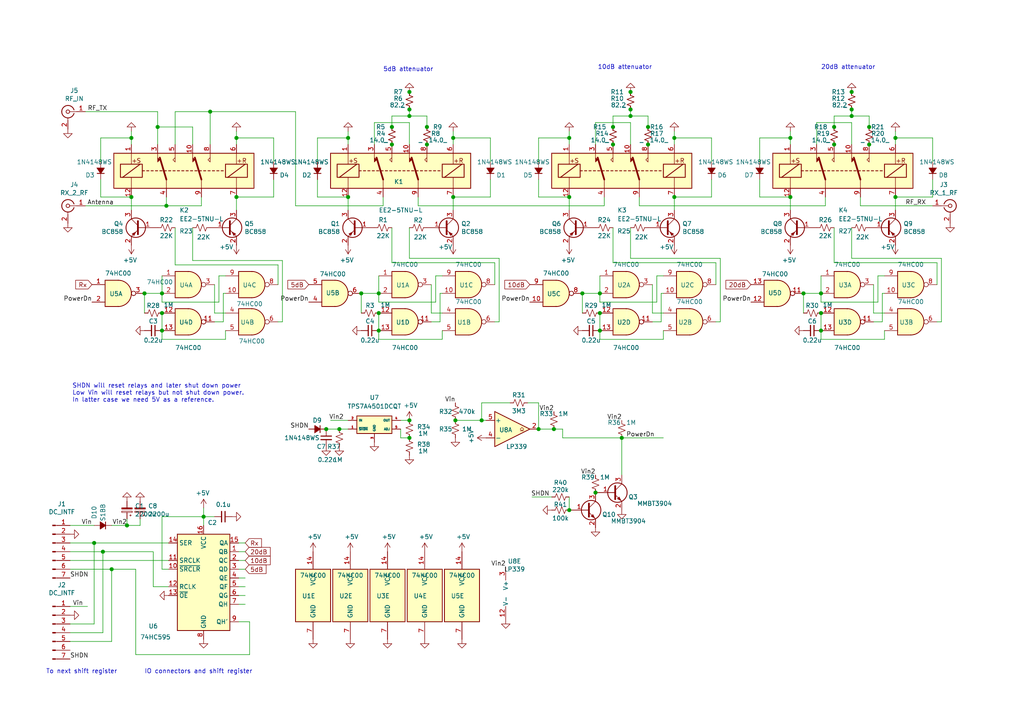
<source format=kicad_sch>
(kicad_sch (version 20210126) (generator eeschema)
  (paper "A4")
  (title_block (title "HF input attenuator") (date "2020-07-21") (rev "1.3") (company "Adrian Scripcă, Frédéric Boes"))
  (lib_symbols
    (symbol "74xx:74HC00" (pin_names (offset 1.016))
      (property "Reference" "U" (at 0 1.27 0))
      (property "Value" "74HC00" (at 0 -1.27 0))
      (symbol "74HC00_1_1"
        (pin input line (at -7.62 2.54 0) (length 3.81) (name "~") (number "1"))
        (pin input line (at -7.62 -2.54 0) (length 3.81) (name "~") (number "2"))
        (pin output inverted (at 7.62 0 180) (length 3.81) (name "~") (number "3"))
      )
      (symbol "74HC00_1_2"
        (pin input inverted (at -7.62 2.54 0) (length 4.318) (name "~") (number "1"))
        (pin input inverted (at -7.62 -2.54 0) (length 4.318) (name "~") (number "2"))
        (pin output line (at 7.62 0 180) (length 3.81) (name "~") (number "3"))
      )
      (symbol "74HC00_2_1"
        (pin input line (at -7.62 2.54 0) (length 3.81) (name "~") (number "4"))
        (pin input line (at -7.62 -2.54 0) (length 3.81) (name "~") (number "5"))
        (pin output inverted (at 7.62 0 180) (length 3.81) (name "~") (number "6"))
      )
      (symbol "74HC00_2_2"
        (pin input inverted (at -7.62 2.54 0) (length 4.318) (name "~") (number "4"))
        (pin input inverted (at -7.62 -2.54 0) (length 4.318) (name "~") (number "5"))
        (pin output line (at 7.62 0 180) (length 3.81) (name "~") (number "6"))
      )
      (symbol "74HC00_3_1"
        (pin input line (at -7.62 -2.54 0) (length 3.81) (name "~") (number "10"))
        (pin output inverted (at 7.62 0 180) (length 3.81) (name "~") (number "8"))
        (pin input line (at -7.62 2.54 0) (length 3.81) (name "~") (number "9"))
      )
      (symbol "74HC00_3_2"
        (pin input inverted (at -7.62 -2.54 0) (length 4.318) (name "~") (number "10"))
        (pin output line (at 7.62 0 180) (length 3.81) (name "~") (number "8"))
        (pin input inverted (at -7.62 2.54 0) (length 4.318) (name "~") (number "9"))
      )
      (symbol "74HC00_4_1"
        (pin output inverted (at 7.62 0 180) (length 3.81) (name "~") (number "11"))
        (pin input line (at -7.62 2.54 0) (length 3.81) (name "~") (number "12"))
        (pin input line (at -7.62 -2.54 0) (length 3.81) (name "~") (number "13"))
      )
      (symbol "74HC00_4_2"
        (pin output line (at 7.62 0 180) (length 3.81) (name "~") (number "11"))
        (pin input inverted (at -7.62 2.54 0) (length 4.318) (name "~") (number "12"))
        (pin input inverted (at -7.62 -2.54 0) (length 4.318) (name "~") (number "13"))
      )
      (symbol "74HC00_5_0"
        (pin power_in line (at 0 12.7 270) (length 5.08) (name "VCC") (number "14"))
        (pin power_in line (at 0 -12.7 90) (length 5.08) (name "GND") (number "7"))
      )
    )
    (symbol "74xx:74HC595"
      (property "Reference" "U" (at -7.62 13.97 0))
      (property "Value" "74HC595" (at -7.62 -16.51 0))
      (symbol "74HC595_1_0"
        (pin tri_state line (at 10.16 7.62 180) (length 2.54) (name "QB") (number "1"))
        (pin input line (at -10.16 2.54 0) (length 2.54) (name "~SRCLR") (number "10"))
        (pin input line (at -10.16 5.08 0) (length 2.54) (name "SRCLK") (number "11"))
        (pin input line (at -10.16 -2.54 0) (length 2.54) (name "RCLK") (number "12"))
        (pin input line (at -10.16 -5.08 0) (length 2.54) (name "~OE") (number "13"))
        (pin input line (at -10.16 10.16 0) (length 2.54) (name "SER") (number "14"))
        (pin tri_state line (at 10.16 10.16 180) (length 2.54) (name "QA") (number "15"))
        (pin power_in line (at 0 15.24 270) (length 2.54) (name "VCC") (number "16"))
        (pin tri_state line (at 10.16 5.08 180) (length 2.54) (name "QC") (number "2"))
        (pin tri_state line (at 10.16 2.54 180) (length 2.54) (name "QD") (number "3"))
        (pin tri_state line (at 10.16 0 180) (length 2.54) (name "QE") (number "4"))
        (pin tri_state line (at 10.16 -2.54 180) (length 2.54) (name "QF") (number "5"))
        (pin tri_state line (at 10.16 -5.08 180) (length 2.54) (name "QG") (number "6"))
        (pin tri_state line (at 10.16 -7.62 180) (length 2.54) (name "QH") (number "7"))
        (pin power_in line (at 0 -17.78 90) (length 2.54) (name "GND") (number "8"))
        (pin output line (at 10.16 -12.7 180) (length 2.54) (name "QH'") (number "9"))
      )
    )
    (symbol "Comparator:LM339" (pin_names (offset 0.127))
      (property "Reference" "U" (at 0 5.08 0))
      (property "Value" "LM339" (at 0 -5.08 0))
      (symbol "LM339_1_1"
        (pin open_collector line (at 7.62 0 180) (length 2.54) (name "~") (number "2"))
        (pin input line (at -7.62 -2.54 0) (length 2.54) (name "-") (number "4"))
        (pin input line (at -7.62 2.54 0) (length 2.54) (name "+") (number "5"))
      )
      (symbol "LM339_2_1"
        (pin open_collector line (at 7.62 0 180) (length 2.54) (name "~") (number "1"))
        (pin input line (at -7.62 -2.54 0) (length 2.54) (name "-") (number "6"))
        (pin input line (at -7.62 2.54 0) (length 2.54) (name "+") (number "7"))
      )
      (symbol "LM339_3_1"
        (pin input line (at -7.62 -2.54 0) (length 2.54) (name "-") (number "10"))
        (pin input line (at -7.62 2.54 0) (length 2.54) (name "+") (number "11"))
        (pin open_collector line (at 7.62 0 180) (length 2.54) (name "~") (number "13"))
      )
      (symbol "LM339_4_1"
        (pin open_collector line (at 7.62 0 180) (length 2.54) (name "~") (number "14"))
        (pin input line (at -7.62 -2.54 0) (length 2.54) (name "-") (number "8"))
        (pin input line (at -7.62 2.54 0) (length 2.54) (name "+") (number "9"))
      )
      (symbol "LM339_5_1"
        (pin power_in line (at -2.54 -7.62 90) (length 3.81) (name "V-") (number "12"))
        (pin power_in line (at -2.54 7.62 270) (length 3.81) (name "V+") (number "3"))
      )
    )
    (symbol "Connector:Conn_01x07_Male" (pin_names (offset 1.016) hide)
      (property "Reference" "J" (at 0 10.16 0))
      (property "Value" "Conn_01x07_Male" (at 0 -10.16 0))
      (symbol "Conn_01x07_Male_1_1"
        (pin passive line (at 5.08 7.62 180) (length 3.81) (name "Pin_1") (number "1"))
        (pin passive line (at 5.08 5.08 180) (length 3.81) (name "Pin_2") (number "2"))
        (pin passive line (at 5.08 2.54 180) (length 3.81) (name "Pin_3") (number "3"))
        (pin passive line (at 5.08 0 180) (length 3.81) (name "Pin_4") (number "4"))
        (pin passive line (at 5.08 -2.54 180) (length 3.81) (name "Pin_5") (number "5"))
        (pin passive line (at 5.08 -5.08 180) (length 3.81) (name "Pin_6") (number "6"))
        (pin passive line (at 5.08 -7.62 180) (length 3.81) (name "Pin_7") (number "7"))
      )
    )
    (symbol "Connector:Conn_Coaxial" (pin_names (offset 1.016) hide)
      (property "Reference" "J" (at 0.254 3.048 0))
      (property "Value" "Conn_Coaxial" (at 2.921 0 90))
      (symbol "Conn_Coaxial_1_1"
        (pin passive line (at -5.08 0 0) (length 2.54) (name "In") (number "1"))
        (pin passive line (at 0 -5.08 90) (length 2.54) (name "Ext") (number "2"))
      )
    )
    (symbol "Device:CP_Small" (pin_numbers hide) (pin_names (offset 0.254) hide)
      (property "Reference" "C" (at 0.254 1.778 0))
      (property "Value" "CP_Small" (at 0.254 -2.032 0))
      (symbol "CP_Small_1_1"
        (pin passive line (at 0 2.54 270) (length 1.8542) (name "~") (number "1"))
        (pin passive line (at 0 -2.54 90) (length 1.8542) (name "~") (number "2"))
      )
    )
    (symbol "Device:C_Small" (pin_numbers hide) (pin_names (offset 0.254) hide)
      (property "Reference" "C" (at 0.254 1.778 0))
      (property "Value" "C_Small" (at 0.254 -2.032 0))
      (symbol "C_Small_1_1"
        (pin passive line (at 0 2.54 270) (length 2.032) (name "~") (number "1"))
        (pin passive line (at 0 -2.54 90) (length 2.032) (name "~") (number "2"))
      )
    )
    (symbol "Device:D_Small_ALT" (pin_numbers hide) (pin_names (offset 0.254) hide)
      (property "Reference" "D" (at -1.27 2.032 0))
      (property "Value" "D_Small_ALT" (at -3.81 -2.032 0))
      (symbol "D_Small_ALT_1_1"
        (pin passive line (at -2.54 0 0) (length 1.778) (name "K") (number "1"))
        (pin passive line (at 2.54 0 180) (length 1.778) (name "A") (number "2"))
      )
    )
    (symbol "Device:R_Small_US" (pin_numbers hide) (pin_names (offset 0.254) hide)
      (property "Reference" "R" (at 0.762 0.508 0))
      (property "Value" "R_Small_US" (at 0.762 -1.016 0))
      (symbol "R_Small_US_1_1"
        (pin passive line (at 0 2.54 270) (length 1.016) (name "~") (number "1"))
        (pin passive line (at 0 -2.54 90) (length 1.016) (name "~") (number "2"))
      )
    )
    (symbol "Relay:EE2-5TNU"
      (property "Reference" "K" (at 17.78 8.89 0))
      (property "Value" "EE2-5TNU" (at 21.59 6.35 0))
      (symbol "EE2-5TNU_1_1"
        (text "+" (at -14.351 2.921 0) (effects (font (size 1.27 1.27))))
        (text "+" (at 16.129 2.921 0) (effects (font (size 1.27 1.27))))
        (text "R" (at 17.526 2.921 0) (effects (font (size 1.27 1.27))))
        (text "S" (at -13.081 2.921 0) (effects (font (size 1.27 1.27))))
        (pin passive line (at -15.24 7.62 270) (length 2.54) (name "~") (number "1"))
        (pin passive line (at 2.54 7.62 270) (length 2.54) (name "~") (number "10"))
        (pin passive line (at -15.24 -7.62 90) (length 2.54) (name "~") (number "12"))
        (pin passive line (at -7.62 7.62 270) (length 2.54) (name "~") (number "3"))
        (pin passive line (at -5.08 -7.62 90) (length 2.54) (name "~") (number "4"))
        (pin passive line (at -2.54 7.62 270) (length 2.54) (name "~") (number "5"))
        (pin passive line (at 15.24 7.62 270) (length 2.54) (name "~") (number "6"))
        (pin passive line (at 15.24 -7.62 90) (length 2.54) (name "~") (number "7"))
        (pin passive line (at 7.62 7.62 270) (length 2.54) (name "~") (number "8"))
        (pin passive line (at 5.08 -7.62 90) (length 2.54) (name "~") (number "9"))
      )
    )
    (symbol "Transistor_BJT:BC858" (pin_names (offset 0) hide)
      (property "Reference" "Q" (at 5.08 1.905 0))
      (property "Value" "BC858" (at 5.08 0 0))
      (symbol "BC858_1_1"
        (pin input line (at -5.08 0 0) (length 5.715) (name "B") (number "1"))
        (pin passive line (at 2.54 -5.08 90) (length 2.54) (name "E") (number "2"))
        (pin passive line (at 2.54 5.08 270) (length 2.54) (name "C") (number "3"))
      )
    )
    (symbol "Transistor_BJT:MMBT3904" (pin_names (offset 0) hide)
      (property "Reference" "Q" (at 5.08 1.905 0))
      (property "Value" "MMBT3904" (at 5.08 0 0))
      (symbol "MMBT3904_1_1"
        (pin input line (at -5.08 0 0) (length 5.715) (name "B") (number "1"))
        (pin passive line (at 2.54 -5.08 90) (length 2.54) (name "E") (number "2"))
        (pin passive line (at 2.54 5.08 270) (length 2.54) (name "C") (number "3"))
      )
    )
    (symbol "power:+5V" (power) (pin_names (offset 0))
      (property "Value" "+5V" (at 0 3.556 0))
      (symbol "+5V_1_1"
        (pin power_in line (at 0 0 90) (length 0) hide (name "+5V") (number "1"))
      )
    )
    (symbol "power:GND" (power) (pin_names (offset 0))
      (property "Value" "GND" (at 0 -3.81 0))
      (symbol "GND_1_1"
        (pin power_in line (at 0 0 270) (length 0) hide (name "GND") (number "1"))
      )
    )
    (symbol "rf-designers:TPS7A4501DCQT"
      (property "Reference" "U" (at 0 6.35 0))
      (property "Value" "TPS7A4501DCQT" (at 0 3.81 0))
      (symbol "TPS7A4501DCQT_1_1"
        (pin input line (at -7.62 -2.54 0) (length 2.54) (name "~SHDN") (number "1"))
        (pin power_in line (at -7.62 0 0) (length 2.54) (name "IN") (number "2"))
        (pin power_in line (at 0 -6.35 90) (length 2.54) (name "GND") (number "3"))
        (pin power_out line (at 7.62 0 180) (length 2.54) (name "OUT") (number "4"))
        (pin bidirectional line (at 7.62 -2.54 180) (length 2.54) (name "ADJ") (number "5"))
      )
    )
  )
  (junction (at 27.305 157.48) (diameter 1.016))
  (junction (at 29.845 160.02) (diameter 1.016))
  (junction (at 32.385 165.1) (diameter 1.016))
  (junction (at 36.83 152.4) (diameter 1.016))
  (junction (at 38.1 40.005) (diameter 1.016))
  (junction (at 38.1 57.15) (diameter 1.016))
  (junction (at 41.91 85.09) (diameter 1.016))
  (junction (at 45.72 36.83) (diameter 1.016))
  (junction (at 46.99 85.09) (diameter 1.016))
  (junction (at 46.99 90.805) (diameter 1.016))
  (junction (at 46.99 95.885) (diameter 1.016))
  (junction (at 48.26 59.69) (diameter 1.016))
  (junction (at 59.055 149.86) (diameter 1.016))
  (junction (at 60.96 32.385) (diameter 1.016))
  (junction (at 68.58 40.005) (diameter 1.016))
  (junction (at 68.58 57.15) (diameter 1.016))
  (junction (at 94.615 124.46) (diameter 1.016))
  (junction (at 98.425 124.46) (diameter 1.016))
  (junction (at 100.965 40.005) (diameter 1.016))
  (junction (at 100.965 57.15) (diameter 1.016))
  (junction (at 104.775 85.09) (diameter 1.016))
  (junction (at 109.855 85.09) (diameter 1.016))
  (junction (at 109.855 90.805) (diameter 1.016))
  (junction (at 109.855 95.885) (diameter 1.016))
  (junction (at 113.665 36.83) (diameter 1.016))
  (junction (at 113.665 41.91) (diameter 1.016))
  (junction (at 118.745 26.67) (diameter 1.016))
  (junction (at 118.745 31.75) (diameter 1.016))
  (junction (at 118.745 33.655) (diameter 1.016))
  (junction (at 118.745 121.92) (diameter 1.016))
  (junction (at 118.745 127) (diameter 1.016))
  (junction (at 123.825 36.83) (diameter 1.016))
  (junction (at 123.825 41.91) (diameter 1.016))
  (junction (at 131.445 40.005) (diameter 1.016))
  (junction (at 131.445 57.15) (diameter 1.016))
  (junction (at 132.08 121.92) (diameter 1.016))
  (junction (at 139.7 121.92) (diameter 1.016))
  (junction (at 156.21 124.46) (diameter 1.016))
  (junction (at 160.655 124.46) (diameter 1.016))
  (junction (at 165.1 40.005) (diameter 1.016))
  (junction (at 165.1 57.15) (diameter 1.016))
  (junction (at 165.1 147.955) (diameter 1.016))
  (junction (at 168.91 85.09) (diameter 1.016))
  (junction (at 172.72 142.875) (diameter 1.016))
  (junction (at 173.99 85.09) (diameter 1.016))
  (junction (at 173.99 90.805) (diameter 1.016))
  (junction (at 173.99 95.885) (diameter 1.016))
  (junction (at 177.8 36.83) (diameter 1.016))
  (junction (at 177.8 41.91) (diameter 1.016))
  (junction (at 180.34 127) (diameter 1.016))
  (junction (at 182.88 26.67) (diameter 1.016))
  (junction (at 182.88 31.75) (diameter 1.016))
  (junction (at 182.88 33.655) (diameter 1.016))
  (junction (at 187.96 36.83) (diameter 1.016))
  (junction (at 187.96 41.91) (diameter 1.016))
  (junction (at 195.58 40.005) (diameter 1.016))
  (junction (at 195.58 57.15) (diameter 1.016))
  (junction (at 229.235 40.005) (diameter 1.016))
  (junction (at 229.235 57.15) (diameter 1.016))
  (junction (at 233.045 85.09) (diameter 1.016))
  (junction (at 238.125 85.09) (diameter 1.016))
  (junction (at 238.125 90.805) (diameter 1.016))
  (junction (at 238.125 95.885) (diameter 1.016))
  (junction (at 241.935 36.83) (diameter 1.016))
  (junction (at 241.935 41.91) (diameter 1.016))
  (junction (at 247.015 26.67) (diameter 1.016))
  (junction (at 247.015 31.75) (diameter 1.016))
  (junction (at 247.015 33.655) (diameter 1.016))
  (junction (at 252.095 36.83) (diameter 1.016))
  (junction (at 252.095 41.91) (diameter 1.016))
  (junction (at 259.715 40.005) (diameter 1.016))
  (junction (at 259.715 57.15) (diameter 1.016))
  (wire (pts (xy 20.32 152.4) (xy 27.305 152.4)))
  (wire (pts (xy 20.32 157.48) (xy 27.305 157.48)))
  (wire (pts (xy 20.32 160.02) (xy 29.845 160.02)))
  (wire (pts (xy 20.32 162.56) (xy 48.895 162.56)))
  (wire (pts (xy 20.32 165.1) (xy 32.385 165.1)))
  (wire (pts (xy 20.32 175.895) (xy 25.4 175.895)))
  (wire (pts (xy 20.32 180.975) (xy 27.305 180.975)))
  (wire (pts (xy 24.765 32.385) (xy 45.72 32.385)))
  (wire (pts (xy 27.305 157.48) (xy 27.305 180.975)))
  (wire (pts (xy 27.305 157.48) (xy 48.895 157.48)))
  (wire (pts (xy 29.21 40.005) (xy 29.21 46.99)))
  (wire (pts (xy 29.21 40.005) (xy 38.1 40.005)))
  (wire (pts (xy 29.21 52.07) (xy 29.21 57.15)))
  (wire (pts (xy 29.21 57.15) (xy 38.1 57.15)))
  (wire (pts (xy 29.845 160.02) (xy 29.845 183.515)))
  (wire (pts (xy 29.845 160.02) (xy 44.45 160.02)))
  (wire (pts (xy 29.845 183.515) (xy 20.32 183.515)))
  (wire (pts (xy 32.385 152.4) (xy 36.83 152.4)))
  (wire (pts (xy 32.385 165.1) (xy 32.385 186.055)))
  (wire (pts (xy 32.385 165.1) (xy 39.37 165.1)))
  (wire (pts (xy 32.385 186.055) (xy 20.32 186.055)))
  (wire (pts (xy 36.83 150.495) (xy 36.83 152.4)))
  (wire (pts (xy 36.83 152.4) (xy 40.64 152.4)))
  (wire (pts (xy 38.1 38.1) (xy 38.1 40.005)))
  (wire (pts (xy 38.1 40.005) (xy 38.1 41.91)))
  (wire (pts (xy 38.1 57.15) (xy 38.1 60.96)))
  (wire (pts (xy 39.37 165.1) (xy 39.37 189.865)))
  (wire (pts (xy 39.37 189.865) (xy 72.39 189.865)))
  (wire (pts (xy 40.64 152.4) (xy 40.64 150.495)))
  (wire (pts (xy 41.91 85.09) (xy 46.99 85.09)))
  (wire (pts (xy 41.91 90.805) (xy 41.91 85.09)))
  (wire (pts (xy 44.45 160.02) (xy 44.45 170.18)))
  (wire (pts (xy 44.45 170.18) (xy 48.895 170.18)))
  (wire (pts (xy 45.72 32.385) (xy 45.72 36.83)))
  (wire (pts (xy 45.72 36.83) (xy 45.72 41.91)))
  (wire (pts (xy 46.99 80.01) (xy 46.99 85.09)))
  (wire (pts (xy 46.99 85.09) (xy 46.99 87.63)))
  (wire (pts (xy 46.99 87.63) (xy 63.5 87.63)))
  (wire (pts (xy 46.99 90.805) (xy 46.99 95.885)))
  (wire (pts (xy 46.99 98.425) (xy 46.99 95.885)))
  (wire (pts (xy 46.99 149.86) (xy 59.055 149.86)))
  (wire (pts (xy 46.99 165.1) (xy 46.99 149.86)))
  (wire (pts (xy 48.26 57.15) (xy 48.26 59.69)))
  (wire (pts (xy 48.26 59.69) (xy 24.765 59.69)))
  (wire (pts (xy 48.26 59.69) (xy 58.42 59.69)))
  (wire (pts (xy 48.895 165.1) (xy 46.99 165.1)))
  (wire (pts (xy 50.8 32.385) (xy 50.8 41.91)))
  (wire (pts (xy 50.8 32.385) (xy 60.96 32.385)))
  (wire (pts (xy 50.8 66.04) (xy 50.8 76.835)))
  (wire (pts (xy 50.8 76.835) (xy 80.645 76.835)))
  (wire (pts (xy 55.88 36.83) (xy 45.72 36.83)))
  (wire (pts (xy 55.88 41.91) (xy 55.88 36.83)))
  (wire (pts (xy 55.88 66.04) (xy 55.88 75.565)))
  (wire (pts (xy 55.88 75.565) (xy 81.915 75.565)))
  (wire (pts (xy 58.42 57.15) (xy 58.42 59.69)))
  (wire (pts (xy 59.055 147.32) (xy 59.055 149.86)))
  (wire (pts (xy 59.055 149.86) (xy 59.055 152.4)))
  (wire (pts (xy 60.96 32.385) (xy 60.96 41.91)))
  (wire (pts (xy 60.96 32.385) (xy 85.725 32.385)))
  (wire (pts (xy 62.23 82.55) (xy 62.23 90.805)))
  (wire (pts (xy 62.23 90.805) (xy 65.405 90.805)))
  (wire (pts (xy 62.23 93.345) (xy 64.77 93.345)))
  (wire (pts (xy 62.23 149.86) (xy 59.055 149.86)))
  (wire (pts (xy 63.5 80.01) (xy 65.405 80.01)))
  (wire (pts (xy 63.5 87.63) (xy 63.5 80.01)))
  (wire (pts (xy 64.77 85.09) (xy 64.77 93.345)))
  (wire (pts (xy 64.77 85.09) (xy 65.405 85.09)))
  (wire (pts (xy 65.405 95.885) (xy 65.405 98.425)))
  (wire (pts (xy 65.405 98.425) (xy 46.99 98.425)))
  (wire (pts (xy 68.58 38.1) (xy 68.58 40.005)))
  (wire (pts (xy 68.58 40.005) (xy 68.58 41.91)))
  (wire (pts (xy 68.58 57.15) (xy 68.58 60.96)))
  (wire (pts (xy 68.58 57.15) (xy 79.375 57.15)))
  (wire (pts (xy 69.215 172.72) (xy 71.12 172.72)))
  (wire (pts (xy 69.215 175.26) (xy 71.12 175.26)))
  (wire (pts (xy 71.12 157.48) (xy 69.215 157.48)))
  (wire (pts (xy 71.12 160.02) (xy 69.215 160.02)))
  (wire (pts (xy 71.12 162.56) (xy 69.215 162.56)))
  (wire (pts (xy 71.12 165.1) (xy 69.215 165.1)))
  (wire (pts (xy 71.12 167.64) (xy 69.215 167.64)))
  (wire (pts (xy 71.12 170.18) (xy 69.215 170.18)))
  (wire (pts (xy 72.39 180.34) (xy 69.215 180.34)))
  (wire (pts (xy 72.39 189.865) (xy 72.39 180.34)))
  (wire (pts (xy 79.375 40.005) (xy 68.58 40.005)))
  (wire (pts (xy 79.375 40.005) (xy 79.375 46.99)))
  (wire (pts (xy 79.375 52.07) (xy 79.375 57.15)))
  (wire (pts (xy 80.645 76.835) (xy 80.645 82.55)))
  (wire (pts (xy 81.915 75.565) (xy 81.915 93.345)))
  (wire (pts (xy 81.915 93.345) (xy 80.645 93.345)))
  (wire (pts (xy 85.725 32.385) (xy 85.725 59.69)))
  (wire (pts (xy 85.725 59.69) (xy 111.125 59.69)))
  (wire (pts (xy 92.075 40.005) (xy 92.075 46.99)))
  (wire (pts (xy 92.075 40.005) (xy 100.965 40.005)))
  (wire (pts (xy 92.075 52.07) (xy 92.075 57.15)))
  (wire (pts (xy 92.075 57.15) (xy 100.965 57.15)))
  (wire (pts (xy 94.615 124.46) (xy 98.425 124.46)))
  (wire (pts (xy 95.885 121.92) (xy 100.965 121.92)))
  (wire (pts (xy 98.425 124.46) (xy 100.965 124.46)))
  (wire (pts (xy 100.965 38.1) (xy 100.965 40.005)))
  (wire (pts (xy 100.965 40.005) (xy 100.965 41.91)))
  (wire (pts (xy 100.965 57.15) (xy 100.965 60.96)))
  (wire (pts (xy 104.775 85.09) (xy 109.855 85.09)))
  (wire (pts (xy 104.775 90.805) (xy 104.775 85.09)))
  (wire (pts (xy 108.585 35.56) (xy 118.745 35.56)))
  (wire (pts (xy 108.585 41.91) (xy 108.585 35.56)))
  (wire (pts (xy 109.855 80.01) (xy 109.855 85.09)))
  (wire (pts (xy 109.855 85.09) (xy 109.855 87.63)))
  (wire (pts (xy 109.855 87.63) (xy 126.365 87.63)))
  (wire (pts (xy 109.855 90.805) (xy 109.855 95.885)))
  (wire (pts (xy 109.855 98.425) (xy 109.855 95.885)))
  (wire (pts (xy 111.125 59.69) (xy 111.125 57.15)))
  (wire (pts (xy 113.665 33.655) (xy 113.665 36.83)))
  (wire (pts (xy 113.665 33.655) (xy 118.745 33.655)))
  (wire (pts (xy 113.665 66.04) (xy 113.665 76.2)))
  (wire (pts (xy 113.665 76.2) (xy 143.51 76.2)))
  (wire (pts (xy 116.205 121.92) (xy 118.745 121.92)))
  (wire (pts (xy 116.205 124.46) (xy 116.205 127)))
  (wire (pts (xy 116.205 127) (xy 118.745 127)))
  (wire (pts (xy 118.745 31.75) (xy 118.745 33.655)))
  (wire (pts (xy 118.745 33.655) (xy 123.825 33.655)))
  (wire (pts (xy 118.745 35.56) (xy 118.745 41.91)))
  (wire (pts (xy 118.745 66.04) (xy 118.745 74.93)))
  (wire (pts (xy 118.745 74.93) (xy 144.78 74.93)))
  (wire (pts (xy 121.285 57.15) (xy 121.285 59.69)))
  (wire (pts (xy 121.285 59.69) (xy 175.26 59.69)))
  (wire (pts (xy 123.825 33.655) (xy 123.825 36.83)))
  (wire (pts (xy 125.095 82.55) (xy 125.095 90.805)))
  (wire (pts (xy 125.095 90.805) (xy 128.27 90.805)))
  (wire (pts (xy 125.095 93.345) (xy 127.635 93.345)))
  (wire (pts (xy 126.365 80.01) (xy 128.27 80.01)))
  (wire (pts (xy 126.365 87.63) (xy 126.365 80.01)))
  (wire (pts (xy 127.635 85.09) (xy 127.635 93.345)))
  (wire (pts (xy 127.635 85.09) (xy 128.27 85.09)))
  (wire (pts (xy 128.27 95.885) (xy 128.27 98.425)))
  (wire (pts (xy 128.27 98.425) (xy 109.855 98.425)))
  (wire (pts (xy 131.445 38.1) (xy 131.445 40.005)))
  (wire (pts (xy 131.445 40.005) (xy 131.445 41.91)))
  (wire (pts (xy 131.445 57.15) (xy 131.445 60.96)))
  (wire (pts (xy 131.445 57.15) (xy 142.24 57.15)))
  (wire (pts (xy 132.08 121.92) (xy 139.7 121.92)))
  (wire (pts (xy 139.7 116.84) (xy 139.7 121.92)))
  (wire (pts (xy 139.7 121.92) (xy 140.97 121.92)))
  (wire (pts (xy 142.24 40.005) (xy 131.445 40.005)))
  (wire (pts (xy 142.24 40.005) (xy 142.24 46.99)))
  (wire (pts (xy 142.24 52.07) (xy 142.24 57.15)))
  (wire (pts (xy 143.51 76.2) (xy 143.51 82.55)))
  (wire (pts (xy 144.78 74.93) (xy 144.78 93.345)))
  (wire (pts (xy 144.78 93.345) (xy 143.51 93.345)))
  (wire (pts (xy 147.955 116.84) (xy 139.7 116.84)))
  (wire (pts (xy 154.305 144.145) (xy 160.02 144.145)))
  (wire (pts (xy 156.21 40.005) (xy 156.21 46.99)))
  (wire (pts (xy 156.21 40.005) (xy 165.1 40.005)))
  (wire (pts (xy 156.21 52.07) (xy 156.21 57.15)))
  (wire (pts (xy 156.21 57.15) (xy 165.1 57.15)))
  (wire (pts (xy 156.21 116.84) (xy 153.035 116.84)))
  (wire (pts (xy 156.21 124.46) (xy 156.21 116.84)))
  (wire (pts (xy 156.21 124.46) (xy 160.655 124.46)))
  (wire (pts (xy 160.655 124.46) (xy 163.195 124.46)))
  (wire (pts (xy 163.195 127) (xy 163.195 124.46)))
  (wire (pts (xy 163.195 127) (xy 180.34 127)))
  (wire (pts (xy 165.1 38.1) (xy 165.1 40.005)))
  (wire (pts (xy 165.1 40.005) (xy 165.1 41.91)))
  (wire (pts (xy 165.1 57.15) (xy 165.1 60.96)))
  (wire (pts (xy 165.1 144.145) (xy 165.1 147.955)))
  (wire (pts (xy 168.91 85.09) (xy 173.99 85.09)))
  (wire (pts (xy 168.91 90.805) (xy 168.91 85.09)))
  (wire (pts (xy 172.72 35.56) (xy 182.88 35.56)))
  (wire (pts (xy 172.72 41.91) (xy 172.72 35.56)))
  (wire (pts (xy 173.99 80.01) (xy 173.99 85.09)))
  (wire (pts (xy 173.99 85.09) (xy 173.99 87.63)))
  (wire (pts (xy 173.99 87.63) (xy 190.5 87.63)))
  (wire (pts (xy 173.99 90.805) (xy 173.99 95.885)))
  (wire (pts (xy 173.99 98.425) (xy 173.99 95.885)))
  (wire (pts (xy 175.26 57.15) (xy 175.26 59.69)))
  (wire (pts (xy 177.8 33.655) (xy 177.8 36.83)))
  (wire (pts (xy 177.8 33.655) (xy 182.88 33.655)))
  (wire (pts (xy 177.8 66.04) (xy 177.8 76.2)))
  (wire (pts (xy 177.8 76.2) (xy 207.645 76.2)))
  (wire (pts (xy 180.34 127) (xy 180.34 137.795)))
  (wire (pts (xy 180.34 127) (xy 192.405 127)))
  (wire (pts (xy 182.88 31.75) (xy 182.88 33.655)))
  (wire (pts (xy 182.88 33.655) (xy 187.96 33.655)))
  (wire (pts (xy 182.88 35.56) (xy 182.88 41.91)))
  (wire (pts (xy 182.88 66.04) (xy 182.88 74.93)))
  (wire (pts (xy 182.88 74.93) (xy 208.915 74.93)))
  (wire (pts (xy 185.42 57.15) (xy 185.42 59.69)))
  (wire (pts (xy 185.42 59.69) (xy 239.395 59.69)))
  (wire (pts (xy 187.96 33.655) (xy 187.96 36.83)))
  (wire (pts (xy 189.23 82.55) (xy 189.23 90.805)))
  (wire (pts (xy 189.23 90.805) (xy 192.405 90.805)))
  (wire (pts (xy 189.23 93.345) (xy 191.77 93.345)))
  (wire (pts (xy 190.5 80.01) (xy 192.405 80.01)))
  (wire (pts (xy 190.5 87.63) (xy 190.5 80.01)))
  (wire (pts (xy 191.77 85.09) (xy 191.77 93.345)))
  (wire (pts (xy 191.77 85.09) (xy 192.405 85.09)))
  (wire (pts (xy 192.405 95.885) (xy 192.405 98.425)))
  (wire (pts (xy 192.405 98.425) (xy 173.99 98.425)))
  (wire (pts (xy 195.58 38.1) (xy 195.58 40.005)))
  (wire (pts (xy 195.58 40.005) (xy 195.58 41.91)))
  (wire (pts (xy 195.58 57.15) (xy 195.58 60.96)))
  (wire (pts (xy 195.58 57.15) (xy 206.375 57.15)))
  (wire (pts (xy 206.375 40.005) (xy 195.58 40.005)))
  (wire (pts (xy 206.375 40.005) (xy 206.375 46.99)))
  (wire (pts (xy 206.375 52.07) (xy 206.375 57.15)))
  (wire (pts (xy 207.645 76.2) (xy 207.645 82.55)))
  (wire (pts (xy 208.915 74.93) (xy 208.915 93.345)))
  (wire (pts (xy 208.915 93.345) (xy 207.645 93.345)))
  (wire (pts (xy 220.345 40.005) (xy 220.345 46.99)))
  (wire (pts (xy 220.345 40.005) (xy 229.235 40.005)))
  (wire (pts (xy 220.345 52.07) (xy 220.345 57.15)))
  (wire (pts (xy 220.345 57.15) (xy 229.235 57.15)))
  (wire (pts (xy 229.235 38.1) (xy 229.235 40.005)))
  (wire (pts (xy 229.235 40.005) (xy 229.235 41.91)))
  (wire (pts (xy 229.235 57.15) (xy 229.235 60.96)))
  (wire (pts (xy 233.045 85.09) (xy 238.125 85.09)))
  (wire (pts (xy 233.045 90.805) (xy 233.045 85.09)))
  (wire (pts (xy 236.855 35.56) (xy 247.015 35.56)))
  (wire (pts (xy 236.855 41.91) (xy 236.855 35.56)))
  (wire (pts (xy 238.125 80.01) (xy 238.125 85.09)))
  (wire (pts (xy 238.125 85.09) (xy 238.125 87.63)))
  (wire (pts (xy 238.125 87.63) (xy 254.635 87.63)))
  (wire (pts (xy 238.125 90.805) (xy 238.125 95.885)))
  (wire (pts (xy 238.125 98.425) (xy 238.125 95.885)))
  (wire (pts (xy 239.395 59.69) (xy 239.395 57.15)))
  (wire (pts (xy 241.935 33.655) (xy 241.935 36.83)))
  (wire (pts (xy 241.935 33.655) (xy 247.015 33.655)))
  (wire (pts (xy 241.935 66.04) (xy 241.935 76.2)))
  (wire (pts (xy 241.935 76.2) (xy 271.78 76.2)))
  (wire (pts (xy 247.015 31.75) (xy 247.015 33.655)))
  (wire (pts (xy 247.015 33.655) (xy 252.095 33.655)))
  (wire (pts (xy 247.015 35.56) (xy 247.015 41.91)))
  (wire (pts (xy 247.015 66.04) (xy 247.015 74.93)))
  (wire (pts (xy 247.015 74.93) (xy 273.05 74.93)))
  (wire (pts (xy 249.555 57.15) (xy 249.555 59.69)))
  (wire (pts (xy 249.555 59.69) (xy 270.51 59.69)))
  (wire (pts (xy 252.095 33.655) (xy 252.095 36.83)))
  (wire (pts (xy 253.365 82.55) (xy 253.365 90.805)))
  (wire (pts (xy 253.365 90.805) (xy 256.54 90.805)))
  (wire (pts (xy 253.365 93.345) (xy 255.905 93.345)))
  (wire (pts (xy 254.635 80.01) (xy 256.54 80.01)))
  (wire (pts (xy 254.635 87.63) (xy 254.635 80.01)))
  (wire (pts (xy 255.905 85.09) (xy 255.905 93.345)))
  (wire (pts (xy 255.905 85.09) (xy 256.54 85.09)))
  (wire (pts (xy 256.54 95.885) (xy 256.54 98.425)))
  (wire (pts (xy 256.54 98.425) (xy 238.125 98.425)))
  (wire (pts (xy 259.715 38.1) (xy 259.715 40.005)))
  (wire (pts (xy 259.715 40.005) (xy 259.715 41.91)))
  (wire (pts (xy 259.715 57.15) (xy 259.715 60.96)))
  (wire (pts (xy 259.715 57.15) (xy 270.51 57.15)))
  (wire (pts (xy 270.51 40.005) (xy 259.715 40.005)))
  (wire (pts (xy 270.51 40.005) (xy 270.51 46.99)))
  (wire (pts (xy 270.51 52.07) (xy 270.51 57.15)))
  (wire (pts (xy 271.78 76.2) (xy 271.78 82.55)))
  (wire (pts (xy 273.05 74.93) (xy 273.05 93.345)))
  (wire (pts (xy 273.05 93.345) (xy 271.78 93.345)))
  (text "To next shift register" (at 13.335 195.58 0) (effects (font (size 1.27 1.27)) (justify left bottom)))
  (text "SHDN will reset relays and later shut down power\nLow Vin will reset relays but not shut down power.\nIn latter case we need 5V as a reference." (at 20.955 116.84 0) (effects (font (size 1.27 1.27)) (justify left bottom)))
  (text "IO connectors and shift register" (at 41.91 195.58 0) (effects (font (size 1.27 1.27)) (justify left bottom)))
  (text "5dB attenuator" (at 111.125 20.955 0) (effects (font (size 1.27 1.27)) (justify left bottom)))
  (text "10dB attenuator" (at 173.355 20.32 0) (effects (font (size 1.27 1.27)) (justify left bottom)))
  (text "20dB attenuator" (at 238.125 20.32 0) (effects (font (size 1.27 1.27)) (justify left bottom)))
  (label "SHDN" (at 20.32 167.64 0))
  (label "SHDN" (at 20.32 191.135 0))
  (label "Vin" (at 24.13 175.895 180))
  (label "PowerDn" (at 26.67 87.63 180))
  (label "Vin" (at 26.67 152.4 180))
  (label "RF_TX" (at 31.115 32.385 180))
  (label "Antenna" (at 33.02 59.69 180))
  (label "Vin2" (at 36.83 152.4 180))
  (label "PowerDn" (at 89.535 87.63 180))
  (label "SHDN" (at 89.535 124.46 180))
  (label "Vin2" (at 99.695 121.92 180))
  (label "Vin" (at 132.08 116.84 180))
  (label "Vin2" (at 146.685 164.465 180))
  (label "PowerDn" (at 153.67 87.63 180))
  (label "SHDN" (at 159.385 144.145 180))
  (label "Vin2" (at 160.655 119.38 180))
  (label "Vin2" (at 172.72 137.795 180))
  (label "Vin2" (at 180.34 121.92 180))
  (label "PowerDn" (at 189.865 127 180))
  (label "PowerDn" (at 217.805 87.63 180))
  (label "RF_RX" (at 268.605 59.69 180))
  (global_label "Rx" (shape input) (at 26.67 82.55 180) (property "Intersheet References" "${INTERSHEET_REFS}" (effects hide)))
  (global_label "Rx" (shape input) (at 71.12 157.48 0) (property "Intersheet References" "${INTERSHEET_REFS}" (effects hide)))
  (global_label "20dB" (shape input) (at 71.12 160.02 0) (property "Intersheet References" "${INTERSHEET_REFS}" (effects hide)))
  (global_label "10dB" (shape input) (at 71.12 162.56 0) (property "Intersheet References" "${INTERSHEET_REFS}" (effects hide)))
  (global_label "5dB" (shape input) (at 71.12 165.1 0) (property "Intersheet References" "${INTERSHEET_REFS}" (effects hide)))
  (global_label "5dB" (shape input) (at 89.535 82.55 180) (property "Intersheet References" "${INTERSHEET_REFS}" (effects hide)))
  (global_label "10dB" (shape input) (at 153.67 82.55 180) (property "Intersheet References" "${INTERSHEET_REFS}" (effects hide)))
  (global_label "20dB" (shape input) (at 217.805 82.55 180) (property "Intersheet References" "${INTERSHEET_REFS}" (effects hide)))
  (symbol (lib_id "power:+5V") (at 38.1 71.12 180) (unit 1)
    (property "Reference" "#PWR0125" (effects hide))
    (property "Value" "+5V" (at 37.7317 75.4444 0))
  )
  (symbol (lib_id "power:+5V") (at 59.055 147.32 0) (unit 1)
    (property "Reference" "#PWR0116" (effects hide))
    (property "Value" "+5V" (at 58.7883 142.9956 0))
  )
  (symbol (lib_id "power:+5V") (at 68.58 71.12 180) (unit 1)
    (property "Reference" "#PWR0118" (effects hide))
    (property "Value" "+5V" (at 65.6717 71.6344 0))
  )
  (symbol (lib_id "power:+5V") (at 90.805 160.02 0) (unit 1)
    (property "Reference" "#PWR0120" (effects hide))
    (property "Value" "+5V" (at 91.1733 155.6956 0))
  )
  (symbol (lib_id "power:+5V") (at 100.965 71.12 180) (unit 1)
    (property "Reference" "#PWR0128" (effects hide))
    (property "Value" "+5V" (at 100.5967 75.4444 0))
  )
  (symbol (lib_id "power:+5V") (at 101.6 160.02 0) (unit 1)
    (property "Reference" "#PWR0137" (effects hide))
    (property "Value" "+5V" (at 101.9683 155.6956 0))
  )
  (symbol (lib_id "power:+5V") (at 112.395 160.02 0) (unit 1)
    (property "Reference" "#PWR0138" (effects hide))
    (property "Value" "+5V" (at 112.7633 155.6956 0))
  )
  (symbol (lib_id "power:+5V") (at 118.745 121.92 0) (unit 1)
    (property "Reference" "#PWR0143" (effects hide))
    (property "Value" "+5V" (at 119.1133 117.5956 0))
  )
  (symbol (lib_id "power:+5V") (at 123.19 160.02 0) (unit 1)
    (property "Reference" "#PWR0139" (effects hide))
    (property "Value" "+5V" (at 123.5583 155.6956 0))
  )
  (symbol (lib_id "power:+5V") (at 131.445 71.12 180) (unit 1)
    (property "Reference" "#PWR0127" (effects hide))
    (property "Value" "+5V" (at 129.1717 71.6344 0))
  )
  (symbol (lib_id "power:+5V") (at 133.985 160.02 0) (unit 1)
    (property "Reference" "#PWR0135" (effects hide))
    (property "Value" "+5V" (at 134.3533 155.6956 0))
  )
  (symbol (lib_id "power:+5V") (at 140.97 127 90) (unit 1)
    (property "Reference" "#PWR0144" (effects hide))
    (property "Value" "+5V" (at 136.6456 126.6317 0))
  )
  (symbol (lib_id "power:+5V") (at 165.1 71.12 180) (unit 1)
    (property "Reference" "#PWR0126" (effects hide))
    (property "Value" "+5V" (at 164.7317 75.4444 0))
  )
  (symbol (lib_id "power:+5V") (at 195.58 71.12 180) (unit 1)
    (property "Reference" "#PWR0129" (effects hide))
    (property "Value" "+5V" (at 193.3067 71.6344 0))
  )
  (symbol (lib_id "power:+5V") (at 229.235 71.12 180) (unit 1)
    (property "Reference" "#PWR0130" (effects hide))
    (property "Value" "+5V" (at 228.8667 75.4444 0))
  )
  (symbol (lib_id "power:+5V") (at 259.715 71.12 180) (unit 1)
    (property "Reference" "#PWR0131" (effects hide))
    (property "Value" "+5V" (at 257.4417 71.6344 0))
  )
  (symbol (lib_id "power:GND") (at 19.685 37.465 0) (unit 1)
    (property "Reference" "#PWR0124" (effects hide))
    (property "Value" "GND" (effects hide))
  )
  (symbol (lib_id "power:GND") (at 19.685 64.77 0) (unit 1)
    (property "Reference" "#PWR01" (effects hide))
    (property "Value" "GND" (effects hide))
  )
  (symbol (lib_id "power:GND") (at 20.32 154.94 90) (unit 1)
    (property "Reference" "#PWR0115" (effects hide))
    (property "Value" "GND" (effects hide))
  )
  (symbol (lib_id "power:GND") (at 20.32 178.435 90) (unit 1)
    (property "Reference" "#PWR0142" (effects hide))
    (property "Value" "GND" (effects hide))
  )
  (symbol (lib_id "power:GND") (at 36.83 145.415 180) (unit 1)
    (property "Reference" "#PWR06" (effects hide))
    (property "Value" "GND" (effects hide))
  )
  (symbol (lib_id "power:GND") (at 38.1 38.1 180) (unit 1)
    (property "Reference" "#PWR0122" (effects hide))
    (property "Value" "GND" (effects hide))
  )
  (symbol (lib_id "power:GND") (at 40.64 145.415 180) (unit 1)
    (property "Reference" "#PWR0153" (effects hide))
    (property "Value" "GND" (effects hide))
  )
  (symbol (lib_id "power:GND") (at 41.91 95.885 270) (unit 1)
    (property "Reference" "#PWR0114" (effects hide))
    (property "Value" "GND" (effects hide))
  )
  (symbol (lib_id "power:GND") (at 48.895 172.72 270) (unit 1)
    (property "Reference" "#PWR0111" (effects hide))
    (property "Value" "GND" (effects hide))
  )
  (symbol (lib_id "power:GND") (at 59.055 185.42 0) (unit 1)
    (property "Reference" "#PWR0110" (effects hide))
    (property "Value" "GND" (effects hide))
  )
  (symbol (lib_id "power:GND") (at 67.31 149.86 90) (unit 1)
    (property "Reference" "#PWR07" (effects hide))
    (property "Value" "GND" (effects hide))
  )
  (symbol (lib_id "power:GND") (at 68.58 38.1 180) (unit 1)
    (property "Reference" "#PWR0123" (effects hide))
    (property "Value" "GND" (effects hide))
  )
  (symbol (lib_id "power:GND") (at 90.805 185.42 0) (unit 1)
    (property "Reference" "#PWR0119" (effects hide))
    (property "Value" "GND" (effects hide))
  )
  (symbol (lib_id "power:GND") (at 94.615 129.54 0) (unit 1)
    (property "Reference" "#PWR0141" (effects hide))
    (property "Value" "GND" (effects hide))
  )
  (symbol (lib_id "power:GND") (at 98.425 129.54 0) (unit 1)
    (property "Reference" "#PWR0140" (effects hide))
    (property "Value" "GND" (effects hide))
  )
  (symbol (lib_id "power:GND") (at 100.965 38.1 180) (unit 1)
    (property "Reference" "#PWR0101" (effects hide))
    (property "Value" "GND" (effects hide))
  )
  (symbol (lib_id "power:GND") (at 101.6 185.42 0) (unit 1)
    (property "Reference" "#PWR0136" (effects hide))
    (property "Value" "GND" (effects hide))
  )
  (symbol (lib_id "power:GND") (at 104.775 95.885 270) (unit 1)
    (property "Reference" "#PWR0121" (effects hide))
    (property "Value" "GND" (effects hide))
  )
  (symbol (lib_id "power:GND") (at 108.585 128.27 0) (unit 1)
    (property "Reference" "#PWR0150" (effects hide))
    (property "Value" "GND" (effects hide))
  )
  (symbol (lib_id "power:GND") (at 112.395 185.42 0) (unit 1)
    (property "Reference" "#PWR0132" (effects hide))
    (property "Value" "GND" (effects hide))
  )
  (symbol (lib_id "power:GND") (at 118.745 26.67 180) (unit 1)
    (property "Reference" "#PWR0103" (effects hide))
    (property "Value" "GND" (effects hide))
  )
  (symbol (lib_id "power:GND") (at 118.745 132.08 0) (unit 1)
    (property "Reference" "#PWR0151" (effects hide))
    (property "Value" "GND" (effects hide))
  )
  (symbol (lib_id "power:GND") (at 123.19 185.42 0) (unit 1)
    (property "Reference" "#PWR0133" (effects hide))
    (property "Value" "GND" (effects hide))
  )
  (symbol (lib_id "power:GND") (at 131.445 38.1 180) (unit 1)
    (property "Reference" "#PWR0102" (effects hide))
    (property "Value" "GND" (effects hide))
  )
  (symbol (lib_id "power:GND") (at 132.08 127 0) (unit 1)
    (property "Reference" "#PWR0149" (effects hide))
    (property "Value" "GND" (effects hide))
  )
  (symbol (lib_id "power:GND") (at 133.985 185.42 0) (unit 1)
    (property "Reference" "#PWR0134" (effects hide))
    (property "Value" "GND" (effects hide))
  )
  (symbol (lib_id "power:GND") (at 146.685 179.705 0) (unit 1)
    (property "Reference" "#PWR0152" (effects hide))
    (property "Value" "GND" (effects hide))
  )
  (symbol (lib_id "power:GND") (at 160.02 147.955 270) (unit 1)
    (property "Reference" "#PWR0146" (effects hide))
    (property "Value" "GND" (effects hide))
  )
  (symbol (lib_id "power:GND") (at 165.1 38.1 180) (unit 1)
    (property "Reference" "#PWR0107" (effects hide))
    (property "Value" "GND" (effects hide))
  )
  (symbol (lib_id "power:GND") (at 168.91 95.885 270) (unit 1)
    (property "Reference" "#PWR0104" (effects hide))
    (property "Value" "GND" (effects hide))
  )
  (symbol (lib_id "power:GND") (at 172.72 153.035 0) (unit 1)
    (property "Reference" "#PWR0147" (effects hide))
    (property "Value" "GND" (effects hide))
  )
  (symbol (lib_id "power:GND") (at 180.34 147.955 0) (unit 1)
    (property "Reference" "#PWR0145" (effects hide))
    (property "Value" "GND" (effects hide))
  )
  (symbol (lib_id "power:GND") (at 182.88 26.67 180) (unit 1)
    (property "Reference" "#PWR0106" (effects hide))
    (property "Value" "GND" (effects hide))
  )
  (symbol (lib_id "power:GND") (at 195.58 38.1 180) (unit 1)
    (property "Reference" "#PWR0105" (effects hide))
    (property "Value" "GND" (effects hide))
  )
  (symbol (lib_id "power:GND") (at 229.235 38.1 180) (unit 1)
    (property "Reference" "#PWR0109" (effects hide))
    (property "Value" "GND" (effects hide))
  )
  (symbol (lib_id "power:GND") (at 233.045 95.885 270) (unit 1)
    (property "Reference" "#PWR0108" (effects hide))
    (property "Value" "GND" (effects hide))
  )
  (symbol (lib_id "power:GND") (at 247.015 26.67 180) (unit 1)
    (property "Reference" "#PWR0113" (effects hide))
    (property "Value" "GND" (effects hide))
  )
  (symbol (lib_id "power:GND") (at 259.715 38.1 180) (unit 1)
    (property "Reference" "#PWR0112" (effects hide))
    (property "Value" "GND" (effects hide))
  )
  (symbol (lib_id "power:GND") (at 275.59 64.77 0) (mirror y) (unit 1)
    (property "Reference" "#PWR0117" (effects hide))
    (property "Value" "GND" (effects hide))
  )
  (symbol (lib_id "Device:R_Small_US") (at 44.45 90.805 90) (unit 1)
    (property "Reference" "R28" (at 44.45 88.6206 90))
    (property "Value" "1M" (at 48.895 88.443 90))
    (property "Footprint" "Resistor_SMD:R_0805_2012Metric" (effects hide))
  )
  (symbol (lib_id "Device:R_Small_US") (at 48.26 66.04 270) (unit 1)
    (property "Reference" "R22" (at 48.26 63.7794 90))
    (property "Value" "22K" (at 48.26 68.4022 90))
    (property "Footprint" "Resistor_SMD:R_0805_2012Metric" (effects hide))
  )
  (symbol (lib_id "Device:R_Small_US") (at 58.42 66.04 90) (unit 1)
    (property "Reference" "R23" (at 53.975 67.0306 90))
    (property "Value" "22K" (at 59.055 68.7578 90))
    (property "Footprint" "Resistor_SMD:R_0805_2012Metric" (effects hide))
  )
  (symbol (lib_id "Device:R_Small_US") (at 98.425 127 180) (unit 1)
    (property "Reference" "R37" (at 96.8756 129.54 0))
    (property "Value" "1M" (at 97.968 133.35 0))
    (property "Footprint" "Resistor_SMD:R_0805_2012Metric" (effects hide))
  )
  (symbol (lib_id "Device:R_Small_US") (at 107.315 90.805 90) (unit 1)
    (property "Reference" "R3" (at 107.315 88.621 90))
    (property "Value" "1M" (at 111.76 88.443 90))
    (property "Footprint" "Resistor_SMD:R_0805_2012Metric" (effects hide))
  )
  (symbol (lib_id "Device:R_Small_US") (at 111.125 66.04 270) (unit 1)
    (property "Reference" "R1" (at 111.125 63.7794 90))
    (property "Value" "22K" (at 111.125 68.4022 90))
    (property "Footprint" "Resistor_SMD:R_0805_2012Metric" (effects hide))
  )
  (symbol (lib_id "Device:R_Small_US") (at 113.665 39.37 180) (unit 1)
    (property "Reference" "R4" (at 110.49 38.735 0))
    (property "Value" "14.0_" (at 109.855 40.64 0))
    (property "Footprint" "Resistor_SMD:R_0805_2012Metric" (effects hide))
  )
  (symbol (lib_id "Device:R_Small_US") (at 113.665 39.37 180) (unit 1)
    (property "Reference" "R5" (at 111.76 36.83 0) (effects (justify left)))
    (property "Value" "_" (at 112.395 40.64 0) (effects (justify left)))
    (property "Footprint" "Resistor_SMD:R_0805_2012Metric" (effects hide))
  )
  (symbol (lib_id "Device:R_Small_US") (at 118.745 29.21 180) (unit 1)
    (property "Reference" "R6" (at 116.84 28.575 0) (effects (justify left)))
    (property "Value" "82.2 " (at 117.475 30.48 0) (effects (justify left)))
    (property "Footprint" "Resistor_SMD:R_0805_2012Metric" (effects hide))
  )
  (symbol (lib_id "Device:R_Small_US") (at 118.745 29.21 180) (unit 1)
    (property "Reference" "R7" (at 116.84 26.67 0) (effects (justify left)))
    (property "Value" "_" (at 117.475 30.48 0) (effects (justify left)))
    (property "Footprint" "Resistor_SMD:R_0805_2012Metric" (effects hide))
  )
  (symbol (lib_id "Device:R_Small_US") (at 118.745 124.46 180) (unit 1)
    (property "Reference" "R34" (at 122.9106 123.825 0))
    (property "Value" "1M" (at 122.733 125.73 0))
    (property "Footprint" "Resistor_SMD:R_0805_2012Metric" (effects hide))
  )
  (symbol (lib_id "Device:R_Small_US") (at 118.745 129.54 180) (unit 1)
    (property "Reference" "R38" (at 122.9106 128.905 0))
    (property "Value" "1M" (at 122.733 130.81 0))
    (property "Footprint" "Resistor_SMD:R_0805_2012Metric" (effects hide))
  )
  (symbol (lib_id "Device:R_Small_US") (at 121.285 66.04 90) (unit 1)
    (property "Reference" "R2" (at 121.285 63.856 90))
    (property "Value" "22K" (at 121.92 68.7578 90))
    (property "Footprint" "Resistor_SMD:R_0805_2012Metric" (effects hide))
  )
  (symbol (lib_id "Device:R_Small_US") (at 123.825 39.37 0) (unit 1)
    (property "Reference" "R8" (at 126.365 38.735 0))
    (property "Value" "14.0_" (at 127 40.64 0))
    (property "Footprint" "Resistor_SMD:R_0805_2012Metric" (effects hide))
  )
  (symbol (lib_id "Device:R_Small_US") (at 123.825 39.37 180) (unit 1)
    (property "Reference" "R9" (at 128.27 36.83 0) (effects (justify left)))
    (property "Value" "_" (at 122.555 40.64 0) (effects (justify left)))
    (property "Footprint" "Resistor_SMD:R_0805_2012Metric" (effects hide))
  )
  (symbol (lib_id "Device:R_Small_US") (at 132.08 119.38 180) (unit 1)
    (property "Reference" "R32" (at 129.2606 119.38 0))
    (property "Value" "470k" (at 135.433 119.38 0))
    (property "Footprint" "Resistor_SMD:R_0805_2012Metric" (effects hide))
  )
  (symbol (lib_id "Device:R_Small_US") (at 132.08 124.46 180) (unit 1)
    (property "Reference" "R35" (at 129.2606 124.46 0))
    (property "Value" "1M" (at 135.433 124.46 0))
    (property "Footprint" "Resistor_SMD:R_0805_2012Metric" (effects hide))
  )
  (symbol (lib_id "Device:R_Small_US") (at 150.495 116.84 270) (unit 1)
    (property "Reference" "R31" (at 150.495 114.5794 90))
    (property "Value" "3M3" (at 150.495 119.202 90))
    (property "Footprint" "Resistor_SMD:R_0805_2012Metric" (effects hide))
  )
  (symbol (lib_id "Device:R_Small_US") (at 160.655 121.92 180) (unit 1)
    (property "Reference" "R33" (at 158.4706 120.015 0))
    (property "Value" "1M" (at 163.373 120.015 0))
    (property "Footprint" "Resistor_SMD:R_0805_2012Metric" (effects hide))
  )
  (symbol (lib_id "Device:R_Small_US") (at 162.56 144.145 270) (unit 1)
    (property "Reference" "R40" (at 162.56 139.979 90))
    (property "Value" "220k" (at 162.56 142.062 90))
    (property "Footprint" "Resistor_SMD:R_0805_2012Metric" (effects hide))
  )
  (symbol (lib_id "Device:R_Small_US") (at 162.56 147.955 270) (unit 1)
    (property "Reference" "R41" (at 162.56 146.3294 90))
    (property "Value" "100k" (at 162.56 150.317 90))
    (property "Footprint" "Resistor_SMD:R_0805_2012Metric" (effects hide))
  )
  (symbol (lib_id "Device:R_Small_US") (at 171.45 90.805 90) (unit 1)
    (property "Reference" "R29" (at 171.45 88.6206 90))
    (property "Value" "1M" (at 175.895 88.443 90))
    (property "Footprint" "Resistor_SMD:R_0805_2012Metric" (effects hide))
  )
  (symbol (lib_id "Device:R_Small_US") (at 172.72 140.335 180) (unit 1)
    (property "Reference" "R39" (at 170.5356 138.43 0))
    (property "Value" "1M" (at 175.438 138.43 0))
    (property "Footprint" "Resistor_SMD:R_0805_2012Metric" (effects hide))
  )
  (symbol (lib_id "Device:R_Small_US") (at 175.26 66.04 270) (unit 1)
    (property "Reference" "R24" (at 175.26 63.7794 90))
    (property "Value" "22K" (at 175.26 68.4022 90))
    (property "Footprint" "Resistor_SMD:R_0805_2012Metric" (effects hide))
  )
  (symbol (lib_id "Device:R_Small_US") (at 177.8 39.37 180) (unit 1)
    (property "Reference" "R14" (at 174.625 38.735 0))
    (property "Value" "14.0_" (at 173.99 40.64 0))
    (property "Footprint" "Resistor_SMD:R_0805_2012Metric" (effects hide))
  )
  (symbol (lib_id "Device:R_Small_US") (at 177.8 39.37 180) (unit 1)
    (property "Reference" "R15" (at 175.895 36.83 0) (effects (justify left)))
    (property "Value" "_" (at 176.53 40.64 0) (effects (justify left)))
    (property "Footprint" "Resistor_SMD:R_0805_2012Metric" (effects hide))
  )
  (symbol (lib_id "Device:R_Small_US") (at 180.34 124.46 180) (unit 1)
    (property "Reference" "R36" (at 178.1556 122.555 0))
    (property "Value" "1M" (at 183.058 122.555 0))
    (property "Footprint" "Resistor_SMD:R_0805_2012Metric" (effects hide))
  )
  (symbol (lib_id "Device:R_Small_US") (at 182.88 29.21 180) (unit 1)
    (property "Reference" "R10" (at 180.975 28.575 0) (effects (justify left)))
    (property "Value" "82.2 " (at 181.61 30.48 0) (effects (justify left)))
    (property "Footprint" "Resistor_SMD:R_0805_2012Metric" (effects hide))
  )
  (symbol (lib_id "Device:R_Small_US") (at 182.88 29.21 180) (unit 1)
    (property "Reference" "R11" (at 180.975 26.67 0) (effects (justify left)))
    (property "Value" "_" (at 181.61 30.48 0) (effects (justify left)))
    (property "Footprint" "Resistor_SMD:R_0805_2012Metric" (effects hide))
  )
  (symbol (lib_id "Device:R_Small_US") (at 185.42 66.04 90) (unit 1)
    (property "Reference" "R25" (at 180.975 67.0306 90))
    (property "Value" "22K" (at 186.055 68.7578 90))
    (property "Footprint" "Resistor_SMD:R_0805_2012Metric" (effects hide))
  )
  (symbol (lib_id "Device:R_Small_US") (at 187.96 39.37 180) (unit 1)
    (property "Reference" "R16" (at 192.405 36.83 0) (effects (justify left)))
    (property "Value" "_" (at 186.69 40.64 0) (effects (justify left)))
    (property "Footprint" "Resistor_SMD:R_0805_2012Metric" (effects hide))
  )
  (symbol (lib_id "Device:R_Small_US") (at 187.96 39.37 0) (unit 1)
    (property "Reference" "R17" (at 190.5 38.735 0))
    (property "Value" "14.0_" (at 191.135 40.64 0))
    (property "Footprint" "Resistor_SMD:R_0805_2012Metric" (effects hide))
  )
  (symbol (lib_id "Device:R_Small_US") (at 235.585 90.805 90) (unit 1)
    (property "Reference" "R30" (at 235.585 88.6206 90))
    (property "Value" "1M" (at 240.03 88.443 90))
    (property "Footprint" "Resistor_SMD:R_0805_2012Metric" (effects hide))
  )
  (symbol (lib_id "Device:R_Small_US") (at 239.395 66.04 270) (unit 1)
    (property "Reference" "R26" (at 239.395 63.7794 90))
    (property "Value" "22K" (at 239.395 68.4022 90))
    (property "Footprint" "Resistor_SMD:R_0805_2012Metric" (effects hide))
  )
  (symbol (lib_id "Device:R_Small_US") (at 241.935 39.37 180) (unit 1)
    (property "Reference" "R18" (at 240.03 36.83 0) (effects (justify left)))
    (property "Value" "_" (at 240.665 40.64 0) (effects (justify left)))
    (property "Footprint" "Resistor_SMD:R_0805_2012Metric" (effects hide))
  )
  (symbol (lib_id "Device:R_Small_US") (at 241.935 39.37 180) (unit 1)
    (property "Reference" "R19" (at 238.76 38.735 0))
    (property "Value" "14.0_" (at 238.125 40.64 0))
    (property "Footprint" "Resistor_SMD:R_0805_2012Metric" (effects hide))
  )
  (symbol (lib_id "Device:R_Small_US") (at 247.015 29.21 180) (unit 1)
    (property "Reference" "R12" (at 245.11 28.575 0) (effects (justify left)))
    (property "Value" "82.2 " (at 245.745 30.48 0) (effects (justify left)))
    (property "Footprint" "Resistor_SMD:R_0805_2012Metric" (effects hide))
  )
  (symbol (lib_id "Device:R_Small_US") (at 247.015 29.21 180) (unit 1)
    (property "Reference" "R13" (at 245.11 26.67 0) (effects (justify left)))
    (property "Value" "_" (at 245.745 30.48 0) (effects (justify left)))
    (property "Footprint" "Resistor_SMD:R_0805_2012Metric" (effects hide))
  )
  (symbol (lib_id "Device:R_Small_US") (at 249.555 66.04 90) (unit 1)
    (property "Reference" "R27" (at 245.11 67.0306 90))
    (property "Value" "22K" (at 250.19 68.7578 90))
    (property "Footprint" "Resistor_SMD:R_0805_2012Metric" (effects hide))
  )
  (symbol (lib_id "Device:R_Small_US") (at 252.095 39.37 0) (unit 1)
    (property "Reference" "R20" (at 254.635 38.735 0))
    (property "Value" "14.0_" (at 255.27 40.64 0))
    (property "Footprint" "Resistor_SMD:R_0805_2012Metric" (effects hide))
  )
  (symbol (lib_id "Device:R_Small_US") (at 252.095 39.37 180) (unit 1)
    (property "Reference" "R21" (at 256.54 36.83 0) (effects (justify left)))
    (property "Value" "_" (at 250.825 40.64 0) (effects (justify left)))
    (property "Footprint" "Resistor_SMD:R_0805_2012Metric" (effects hide))
  )
  (symbol (lib_id "Device:D_Small_ALT") (at 29.21 49.53 270) (mirror x) (unit 1)
    (property "Reference" "D3" (at 24.765 50.8 90) (effects (justify left)))
    (property "Value" "1N4148WS" (at 22.225 46.99 90) (effects (justify left)))
    (property "Footprint" "Diode_SMD:D_SOD-323" (effects hide))
    (property "Datasheet" "https://www.vishay.com/docs/85751/1n4148ws.pdf" (effects hide))
  )
  (symbol (lib_id "Device:D_Small_ALT") (at 29.845 152.4 180) (unit 1)
    (property "Reference" "D10" (at 27.305 146.685 90) (effects (justify left)))
    (property "Value" "S1BB" (at 29.845 146.05 90) (effects (justify left)))
    (property "Footprint" "Diode_SMD:D_SMB_Handsoldering" (effects hide))
    (property "Datasheet" "https://www.vishay.com/docs/85751/1n4148ws.pdf" (effects hide))
  )
  (symbol (lib_id "Device:D_Small_ALT") (at 79.375 49.53 90) (unit 1)
    (property "Reference" "D4" (at 83.82 50.8 90) (effects (justify left)))
    (property "Value" "1N4148WS" (at 85.725 46.99 90) (effects (justify left)))
    (property "Footprint" "Diode_SMD:D_SOD-323" (effects hide))
    (property "Datasheet" "https://www.vishay.com/docs/85751/1n4148ws.pdf" (effects hide))
  )
  (symbol (lib_id "Device:D_Small_ALT") (at 92.075 49.53 270) (mirror x) (unit 1)
    (property "Reference" "D2" (at 87.63 50.8 90) (effects (justify left)))
    (property "Value" "1N4148WS" (at 85.09 46.99 90) (effects (justify left)))
    (property "Footprint" "Diode_SMD:D_SOD-323" (effects hide))
    (property "Datasheet" "https://www.vishay.com/docs/85751/1n4148ws.pdf" (effects hide))
  )
  (symbol (lib_id "Device:D_Small_ALT") (at 92.075 124.46 0) (mirror y) (unit 1)
    (property "Reference" "D9" (at 93.345 121.92 0) (effects (justify left)))
    (property "Value" "1N4148WS" (at 92.71 127 0) (effects (justify left)))
    (property "Footprint" "Diode_SMD:D_SOD-323" (effects hide))
    (property "Datasheet" "https://www.vishay.com/docs/85751/1n4148ws.pdf" (effects hide))
  )
  (symbol (lib_id "Device:D_Small_ALT") (at 142.24 49.53 90) (unit 1)
    (property "Reference" "D1" (at 146.685 50.8 90) (effects (justify left)))
    (property "Value" "1N4148WS" (at 148.59 46.99 90) (effects (justify left)))
    (property "Footprint" "Diode_SMD:D_SOD-323" (effects hide))
    (property "Datasheet" "https://www.vishay.com/docs/85751/1n4148ws.pdf" (effects hide))
  )
  (symbol (lib_id "Device:D_Small_ALT") (at 156.21 49.53 270) (mirror x) (unit 1)
    (property "Reference" "D5" (at 151.765 50.8 90) (effects (justify left)))
    (property "Value" "1N4148WS" (at 149.225 46.99 90) (effects (justify left)))
    (property "Footprint" "Diode_SMD:D_SOD-323" (effects hide))
    (property "Datasheet" "https://www.vishay.com/docs/85751/1n4148ws.pdf" (effects hide))
  )
  (symbol (lib_id "Device:D_Small_ALT") (at 206.375 49.53 90) (unit 1)
    (property "Reference" "D6" (at 210.82 50.8 90) (effects (justify left)))
    (property "Value" "1N4148WS" (at 212.725 46.99 90) (effects (justify left)))
    (property "Footprint" "Diode_SMD:D_SOD-323" (effects hide))
    (property "Datasheet" "https://www.vishay.com/docs/85751/1n4148ws.pdf" (effects hide))
  )
  (symbol (lib_id "Device:D_Small_ALT") (at 220.345 49.53 270) (mirror x) (unit 1)
    (property "Reference" "D7" (at 215.9 50.8 90) (effects (justify left)))
    (property "Value" "1N4148WS" (at 213.36 46.99 90) (effects (justify left)))
    (property "Footprint" "Diode_SMD:D_SOD-323" (effects hide))
    (property "Datasheet" "https://www.vishay.com/docs/85751/1n4148ws.pdf" (effects hide))
  )
  (symbol (lib_id "Device:D_Small_ALT") (at 270.51 49.53 90) (unit 1)
    (property "Reference" "D8" (at 274.955 50.8 90) (effects (justify left)))
    (property "Value" "1N4148WS" (at 276.86 46.99 90) (effects (justify left)))
    (property "Footprint" "Diode_SMD:D_SOD-323" (effects hide))
    (property "Datasheet" "https://www.vishay.com/docs/85751/1n4148ws.pdf" (effects hide))
  )
  (symbol (lib_id "Device:CP_Small") (at 36.83 147.955 180) (unit 1)
    (property "Reference" "C1" (at 39.1414 146.7612 0) (effects (justify right)))
    (property "Value" "2200u" (at 39.141 149.123 0) (effects (justify right)))
    (property "Footprint" "Capacitor_THT:CP_Radial_D12.5mm_P7.50mm" (effects hide))
  )
  (symbol (lib_id "Device:CP_Small") (at 40.64 147.955 180) (unit 1)
    (property "Reference" "C8" (at 42.9514 146.7612 0) (effects (justify right)))
    (property "Value" "2200u" (at 42.951 149.123 0) (effects (justify right)))
    (property "Footprint" "Capacitor_THT:CP_Radial_D12.5mm_P7.50mm" (effects hide))
  )
  (symbol (lib_id "Device:C_Small") (at 44.45 95.885 270) (unit 1)
    (property "Reference" "C3" (at 44.45 93.1672 90))
    (property "Value" "0.22u" (at 44.45 98.704 90))
    (property "Footprint" "Capacitor_SMD:C_0805_2012Metric" (effects hide))
  )
  (symbol (lib_id "Device:C_Small") (at 64.77 149.86 270) (unit 1)
    (property "Reference" "C2" (at 61.595 151.5872 90))
    (property "Value" "0.1u" (at 64.77 146.3294 90))
    (property "Footprint" "Capacitor_SMD:C_0805_2012Metric" (effects hide))
  )
  (symbol (lib_id "Device:C_Small") (at 94.615 127 0) (unit 1)
    (property "Reference" "C7" (at 93.1672 129.54 0))
    (property "Value" "0.22u" (at 94.894 133.35 0))
    (property "Footprint" "Capacitor_SMD:C_0805_2012Metric" (effects hide))
  )
  (symbol (lib_id "Device:C_Small") (at 107.315 95.885 270) (unit 1)
    (property "Reference" "C4" (at 107.315 93.1672 90))
    (property "Value" "0.22u" (at 107.315 98.704 90))
    (property "Footprint" "Capacitor_SMD:C_0805_2012Metric" (effects hide))
  )
  (symbol (lib_id "Device:C_Small") (at 171.45 95.885 270) (unit 1)
    (property "Reference" "C5" (at 171.45 93.1672 90))
    (property "Value" "0.22u" (at 171.45 98.704 90))
    (property "Footprint" "Capacitor_SMD:C_0805_2012Metric" (effects hide))
  )
  (symbol (lib_id "Device:C_Small") (at 235.585 95.885 270) (unit 1)
    (property "Reference" "C6" (at 235.585 93.1672 90))
    (property "Value" "0.22u" (at 235.585 98.704 90))
    (property "Footprint" "Capacitor_SMD:C_0805_2012Metric" (effects hide))
  )
  (symbol (lib_id "Comparator:LM339") (at 149.225 172.085 0) (unit 5)
    (property "Reference" "U8" (at 149.225 162.7948 0))
    (property "Value" "LP339" (at 149.225 165.093 0))
    (property "Footprint" "Package_SO:SO-14_3.9x8.65mm_P1.27mm" (effects hide))
    (property "Datasheet" "https://www.st.com/resource/en/datasheet/lm139.pdf" (effects hide))
  )
  (symbol (lib_id "Connector:Conn_Coaxial") (at 19.685 32.385 0) (mirror y) (unit 1)
    (property "Reference" "J5" (at 21.539 26.264 0))
    (property "Value" "RF_IN" (at 21.5392 28.6258 0))
    (property "Footprint" "Connector_Coaxial:SMA_Amphenol_132134_Vertical" (effects hide))
    (property "Datasheet" " ~" (effects hide))
  )
  (symbol (lib_id "Connector:Conn_Coaxial") (at 19.685 59.69 0) (mirror y) (unit 1)
    (property "Reference" "J4" (at 21.5392 53.5686 0))
    (property "Value" "RX_2_RF" (at 21.5392 55.9308 0))
    (property "Footprint" "Connector_Coaxial:SMA_Amphenol_132134_Vertical" (effects hide))
    (property "Datasheet" " ~" (effects hide))
  )
  (symbol (lib_id "Connector:Conn_Coaxial") (at 275.59 59.69 0) (unit 1)
    (property "Reference" "J3" (at 273.7358 53.5686 0))
    (property "Value" "RX_1_RF" (at 273.7358 55.9308 0))
    (property "Footprint" "Connector_Coaxial:SMA_Amphenol_132134_Vertical" (effects hide))
    (property "Datasheet" " ~" (effects hide))
  )
  (symbol (lib_id "Connector:Conn_01x07_Male") (at 15.24 160.02 0) (unit 1)
    (property "Reference" "J1" (at 17.9324 146.1728 0))
    (property "Value" "DC_INTF" (at 17.9324 148.4715 0))
    (property "Footprint" "Connector_PinHeader_2.54mm:PinHeader_1x07_P2.54mm_Vertical" (effects hide))
  )
  (symbol (lib_id "Connector:Conn_01x07_Male") (at 15.24 183.515 0) (unit 1)
    (property "Reference" "J2" (at 17.932 169.668 0))
    (property "Value" "DC_INTF" (at 17.9324 171.9665 0))
    (property "Footprint" "Connector_PinHeader_2.54mm:PinHeader_1x07_P2.54mm_Vertical" (effects hide))
  )
  (symbol (lib_id "Transistor_BJT:BC858") (at 40.64 66.04 0) (mirror y) (unit 1)
    (property "Reference" "Q4" (at 35.788 64.891 0) (effects (justify left)))
    (property "Value" "BC858" (at 35.7885 67.1893 0) (effects (justify left)))
    (property "Footprint" "Package_TO_SOT_SMD:SOT-23" (effects hide))
    (property "Datasheet" "https://www.onsemi.com/pub/Collateral/BC860-D.pdf" (effects hide))
  )
  (symbol (lib_id "Transistor_BJT:BC858") (at 66.04 66.04 0) (unit 1)
    (property "Reference" "Q5" (at 70.8915 64.8906 0) (effects (justify left)))
    (property "Value" "BC858" (at 70.8915 67.1893 0) (effects (justify left)))
    (property "Footprint" "Package_TO_SOT_SMD:SOT-23" (effects hide))
    (property "Datasheet" "https://www.onsemi.com/pub/Collateral/BC860-D.pdf" (effects hide))
  )
  (symbol (lib_id "Transistor_BJT:BC858") (at 103.505 66.04 0) (mirror y) (unit 1)
    (property "Reference" "Q1" (at 98.653 64.891 0) (effects (justify left)))
    (property "Value" "BC858" (at 98.6535 67.1893 0) (effects (justify left)))
    (property "Footprint" "Package_TO_SOT_SMD:SOT-23" (effects hide))
    (property "Datasheet" "https://www.onsemi.com/pub/Collateral/BC860-D.pdf" (effects hide))
  )
  (symbol (lib_id "Transistor_BJT:BC858") (at 128.905 66.04 0) (unit 1)
    (property "Reference" "Q2" (at 133.756 64.891 0) (effects (justify left)))
    (property "Value" "BC858" (at 133.7565 67.1893 0) (effects (justify left)))
    (property "Footprint" "Package_TO_SOT_SMD:SOT-23" (effects hide))
    (property "Datasheet" "https://www.onsemi.com/pub/Collateral/BC860-D.pdf" (effects hide))
  )
  (symbol (lib_id "Transistor_BJT:BC858") (at 167.64 66.04 0) (mirror y) (unit 1)
    (property "Reference" "Q6" (at 162.788 64.891 0) (effects (justify left)))
    (property "Value" "BC858" (at 162.7885 67.1893 0) (effects (justify left)))
    (property "Footprint" "Package_TO_SOT_SMD:SOT-23" (effects hide))
    (property "Datasheet" "https://www.onsemi.com/pub/Collateral/BC860-D.pdf" (effects hide))
  )
  (symbol (lib_id "Transistor_BJT:MMBT3904") (at 170.18 147.955 0) (unit 1)
    (property "Reference" "Q10" (at 174.625 149.225 0) (effects (justify left)))
    (property "Value" "MMBT3904" (at 177.165 151.13 0) (effects (justify left)))
    (property "Footprint" "Package_TO_SOT_SMD:SOT-23" (effects hide))
    (property "Datasheet" "https://www.fairchildsemi.com/datasheets/2N/2N3904.pdf" (effects hide))
  )
  (symbol (lib_id "Transistor_BJT:MMBT3904") (at 177.8 142.875 0) (unit 1)
    (property "Reference" "Q3" (at 182.245 144.145 0) (effects (justify left)))
    (property "Value" "MMBT3904" (at 184.785 146.05 0) (effects (justify left)))
    (property "Footprint" "Package_TO_SOT_SMD:SOT-23" (effects hide))
    (property "Datasheet" "https://www.fairchildsemi.com/datasheets/2N/2N3904.pdf" (effects hide))
  )
  (symbol (lib_id "Transistor_BJT:BC858") (at 193.04 66.04 0) (unit 1)
    (property "Reference" "Q7" (at 197.8915 64.8906 0) (effects (justify left)))
    (property "Value" "BC858" (at 197.8915 67.1893 0) (effects (justify left)))
    (property "Footprint" "Package_TO_SOT_SMD:SOT-23" (effects hide))
    (property "Datasheet" "https://www.onsemi.com/pub/Collateral/BC860-D.pdf" (effects hide))
  )
  (symbol (lib_id "Transistor_BJT:BC858") (at 231.775 66.04 0) (mirror y) (unit 1)
    (property "Reference" "Q8" (at 226.923 64.891 0) (effects (justify left)))
    (property "Value" "BC858" (at 226.9235 67.1893 0) (effects (justify left)))
    (property "Footprint" "Package_TO_SOT_SMD:SOT-23" (effects hide))
    (property "Datasheet" "https://www.onsemi.com/pub/Collateral/BC860-D.pdf" (effects hide))
  )
  (symbol (lib_id "Transistor_BJT:BC858") (at 257.175 66.04 0) (unit 1)
    (property "Reference" "Q9" (at 262.0265 64.8906 0) (effects (justify left)))
    (property "Value" "BC858" (at 262.0265 67.1893 0) (effects (justify left)))
    (property "Footprint" "Package_TO_SOT_SMD:SOT-23" (effects hide))
    (property "Datasheet" "https://www.onsemi.com/pub/Collateral/BC860-D.pdf" (effects hide))
  )
  (symbol (lib_id "74xx:74HC00") (at 34.29 85.09 0) (unit 1)
    (property "Reference" "U5" (at 33.655 85.223 0))
    (property "Value" "74HC00" (at 34.29 79.2669 0))
    (property "Footprint" "Package_SO:SO-14_3.9x8.65mm_P1.27mm" (effects hide))
    (property "Datasheet" "http://www.ti.com/lit/gpn/sn74hc00" (effects hide))
  )
  (symbol (lib_id "74xx:74HC00") (at 54.61 82.55 0) (unit 1)
    (property "Reference" "U4" (at 53.975 82.683 0))
    (property "Value" "74HC00" (at 46.355 81.8069 0))
    (property "Footprint" "Package_SO:SO-14_3.9x8.65mm_P1.27mm" (effects hide))
    (property "Datasheet" "http://www.ti.com/lit/gpn/sn74hc00" (effects hide))
  )
  (symbol (lib_id "74xx:74HC00") (at 54.61 93.345 0) (unit 4)
    (property "Reference" "U4" (at 53.975 93.478 0))
    (property "Value" "74HC00" (at 54.61 100.8569 0))
    (property "Footprint" "Package_SO:SO-14_3.9x8.65mm_P1.27mm" (effects hide))
    (property "Datasheet" "http://www.ti.com/lit/gpn/sn74hc00" (effects hide))
  )
  (symbol (lib_id "74xx:74HC00") (at 73.025 82.55 0) (unit 3)
    (property "Reference" "U4" (at 72.39 82.683 0))
    (property "Value" "74HC00" (at 72.39 88.1569 0))
    (property "Footprint" "Package_SO:SO-14_3.9x8.65mm_P1.27mm" (effects hide))
    (property "Datasheet" "http://www.ti.com/lit/gpn/sn74hc00" (effects hide))
  )
  (symbol (lib_id "74xx:74HC00") (at 73.025 93.345 0) (unit 2)
    (property "Reference" "U4" (at 71.755 93.478 0))
    (property "Value" "74HC00" (at 73.025 98.9519 0))
    (property "Footprint" "Package_SO:SO-14_3.9x8.65mm_P1.27mm" (effects hide))
    (property "Datasheet" "http://www.ti.com/lit/gpn/sn74hc00" (effects hide))
  )
  (symbol (lib_id "74xx:74HC00") (at 97.155 85.09 0) (mirror x) (unit 2)
    (property "Reference" "U5" (at 96.52 84.957 0))
    (property "Value" "74HC00" (at 96.52 79.4831 0))
    (property "Footprint" "Package_SO:SO-14_3.9x8.65mm_P1.27mm" (effects hide))
    (property "Datasheet" "http://www.ti.com/lit/gpn/sn74hc00" (effects hide))
  )
  (symbol (lib_id "74xx:74HC00") (at 117.475 82.55 0) (unit 1)
    (property "Reference" "U1" (at 116.84 82.683 0))
    (property "Value" "74HC00" (at 117.475 76.7269 0))
    (property "Footprint" "Package_SO:SO-14_3.9x8.65mm_P1.27mm" (effects hide))
    (property "Datasheet" "http://www.ti.com/lit/gpn/sn74hc00" (effects hide))
  )
  (symbol (lib_id "74xx:74HC00") (at 117.475 93.345 0) (unit 4)
    (property "Reference" "U1" (at 116.84 93.478 0))
    (property "Value" "74HC00" (at 117.475 100.8569 0))
    (property "Footprint" "Package_SO:SO-14_3.9x8.65mm_P1.27mm" (effects hide))
    (property "Datasheet" "http://www.ti.com/lit/gpn/sn74hc00" (effects hide))
  )
  (symbol (lib_id "74xx:74HC00") (at 135.89 82.55 0) (unit 3)
    (property "Reference" "U1" (at 135.255 82.683 0))
    (property "Value" "74HC00" (at 135.89 76.7269 0))
    (property "Footprint" "Package_SO:SO-14_3.9x8.65mm_P1.27mm" (effects hide))
    (property "Datasheet" "http://www.ti.com/lit/gpn/sn74hc00" (effects hide))
  )
  (symbol (lib_id "74xx:74HC00") (at 135.89 93.345 0) (unit 2)
    (property "Reference" "U1" (at 134.62 93.478 0))
    (property "Value" "74HC00" (at 135.89 87.5219 0))
    (property "Footprint" "Package_SO:SO-14_3.9x8.65mm_P1.27mm" (effects hide))
    (property "Datasheet" "http://www.ti.com/lit/gpn/sn74hc00" (effects hide))
  )
  (symbol (lib_id "74xx:74HC00") (at 161.29 85.09 0) (unit 3)
    (property "Reference" "U5" (at 160.655 85.223 0))
    (property "Value" "74HC00" (at 161.29 79.2669 0))
    (property "Footprint" "Package_SO:SO-14_3.9x8.65mm_P1.27mm" (effects hide))
    (property "Datasheet" "http://www.ti.com/lit/gpn/sn74hc00" (effects hide))
  )
  (symbol (lib_id "74xx:74HC00") (at 181.61 82.55 0) (unit 1)
    (property "Reference" "U2" (at 180.975 82.683 0))
    (property "Value" "74HC00" (at 181.61 76.7269 0))
    (property "Footprint" "Package_SO:SO-14_3.9x8.65mm_P1.27mm" (effects hide))
    (property "Datasheet" "http://www.ti.com/lit/gpn/sn74hc00" (effects hide))
  )
  (symbol (lib_id "74xx:74HC00") (at 181.61 93.345 0) (unit 4)
    (property "Reference" "U2" (at 180.975 93.478 0))
    (property "Value" "74HC00" (at 181.61 100.8569 0))
    (property "Footprint" "Package_SO:SO-14_3.9x8.65mm_P1.27mm" (effects hide))
    (property "Datasheet" "http://www.ti.com/lit/gpn/sn74hc00" (effects hide))
  )
  (symbol (lib_id "74xx:74HC00") (at 200.025 82.55 0) (unit 3)
    (property "Reference" "U2" (at 199.39 82.683 0))
    (property "Value" "74HC00" (at 200.025 76.7269 0))
    (property "Footprint" "Package_SO:SO-14_3.9x8.65mm_P1.27mm" (effects hide))
    (property "Datasheet" "http://www.ti.com/lit/gpn/sn74hc00" (effects hide))
  )
  (symbol (lib_id "74xx:74HC00") (at 200.025 93.345 0) (unit 2)
    (property "Reference" "U2" (at 198.755 93.478 0))
    (property "Value" "74HC00" (at 200.025 87.5219 0))
    (property "Footprint" "Package_SO:SO-14_3.9x8.65mm_P1.27mm" (effects hide))
    (property "Datasheet" "http://www.ti.com/lit/gpn/sn74hc00" (effects hide))
  )
  (symbol (lib_id "74xx:74HC00") (at 225.425 85.09 0) (mirror x) (unit 4)
    (property "Reference" "U5" (at 224.79 84.957 0))
    (property "Value" "74HC00" (at 224.79 79.4831 0))
    (property "Footprint" "Package_SO:SO-14_3.9x8.65mm_P1.27mm" (effects hide))
    (property "Datasheet" "http://www.ti.com/lit/gpn/sn74hc00" (effects hide))
  )
  (symbol (lib_id "74xx:74HC00") (at 245.745 82.55 0) (unit 1)
    (property "Reference" "U3" (at 245.11 82.683 0))
    (property "Value" "74HC00" (at 245.745 76.7269 0))
    (property "Footprint" "Package_SO:SO-14_3.9x8.65mm_P1.27mm" (effects hide))
    (property "Datasheet" "http://www.ti.com/lit/gpn/sn74hc00" (effects hide))
  )
  (symbol (lib_id "74xx:74HC00") (at 245.745 93.345 0) (unit 4)
    (property "Reference" "U3" (at 245.11 93.478 0))
    (property "Value" "74HC00" (at 245.745 100.8569 0))
    (property "Footprint" "Package_SO:SO-14_3.9x8.65mm_P1.27mm" (effects hide))
    (property "Datasheet" "http://www.ti.com/lit/gpn/sn74hc00" (effects hide))
  )
  (symbol (lib_id "74xx:74HC00") (at 264.16 82.55 0) (unit 3)
    (property "Reference" "U3" (at 263.525 82.683 0))
    (property "Value" "74HC00" (at 264.16 76.7269 0))
    (property "Footprint" "Package_SO:SO-14_3.9x8.65mm_P1.27mm" (effects hide))
    (property "Datasheet" "http://www.ti.com/lit/gpn/sn74hc00" (effects hide))
  )
  (symbol (lib_id "74xx:74HC00") (at 264.16 93.345 0) (unit 2)
    (property "Reference" "U3" (at 262.89 93.478 0))
    (property "Value" "74HC00" (at 264.16 87.5219 0))
    (property "Footprint" "Package_SO:SO-14_3.9x8.65mm_P1.27mm" (effects hide))
    (property "Datasheet" "http://www.ti.com/lit/gpn/sn74hc00" (effects hide))
  )
  (symbol (lib_id "rf-designers:TPS7A4501DCQT") (at 108.585 121.92 0) (unit 1)
    (property "Reference" "U7" (at 108.585 115.316 0))
    (property "Value" "TPS7A4501DCQT" (at 108.585 117.856 0))
    (property "Footprint" "Package_TO_SOT_SMD:SOT-223-6" (effects hide))
    (property "Datasheet" "http://www.ti.com/lit/ds/symlink/tps7a45.pdf" (effects hide))
  )
  (symbol (lib_id "Comparator:LM339") (at 148.59 124.46 0) (unit 1)
    (property "Reference" "U8" (at 146.685 124.6948 0))
    (property "Value" "LP339" (at 149.86 129.534 0))
    (property "Footprint" "Package_SO:SO-14_3.9x8.65mm_P1.27mm" (effects hide))
    (property "Datasheet" "https://www.st.com/resource/en/datasheet/lm139.pdf" (effects hide))
  )
  (symbol (lib_id "74xx:74HC00") (at 90.805 172.72 0) (unit 5)
    (property "Reference" "U1" (at 89.535 172.853 0))
    (property "Value" "74HC00" (at 90.805 166.8969 0))
    (property "Footprint" "Package_SO:SO-14_3.9x8.65mm_P1.27mm" (effects hide))
    (property "Datasheet" "http://www.ti.com/lit/gpn/sn74hc00" (effects hide))
  )
  (symbol (lib_id "74xx:74HC00") (at 101.6 172.72 0) (unit 5)
    (property "Reference" "U2" (at 100.33 172.853 0))
    (property "Value" "74HC00" (at 101.6 166.8969 0))
    (property "Footprint" "Package_SO:SO-14_3.9x8.65mm_P1.27mm" (effects hide))
    (property "Datasheet" "http://www.ti.com/lit/gpn/sn74hc00" (effects hide))
  )
  (symbol (lib_id "74xx:74HC00") (at 112.395 172.72 0) (unit 5)
    (property "Reference" "U3" (at 111.125 172.853 0))
    (property "Value" "74HC00" (at 112.395 166.8969 0))
    (property "Footprint" "Package_SO:SO-14_3.9x8.65mm_P1.27mm" (effects hide))
    (property "Datasheet" "http://www.ti.com/lit/gpn/sn74hc00" (effects hide))
  )
  (symbol (lib_id "74xx:74HC00") (at 123.19 172.72 0) (unit 5)
    (property "Reference" "U4" (at 121.92 172.853 0))
    (property "Value" "74HC00" (at 123.19 166.8969 0))
    (property "Datasheet" "http://www.ti.com/lit/gpn/sn74hc00" (effects hide))
  )
  (symbol (lib_id "74xx:74HC00") (at 133.985 172.72 0) (unit 5)
    (property "Reference" "U5" (at 132.715 172.853 0))
    (property "Value" "74HC00" (at 133.985 166.8969 0))
    (property "Footprint" "Package_SO:SO-14_3.9x8.65mm_P1.27mm" (effects hide))
    (property "Datasheet" "http://www.ti.com/lit/gpn/sn74hc00" (effects hide))
  )
  (symbol (lib_id "Relay:EE2-5TNU") (at 53.34 49.53 0) (unit 1)
    (property "Reference" "K2" (at 52.07 60.96 0) (effects (justify left)))
    (property "Value" "EE2-5TNU-L" (at 52.07 63.5 0) (effects (justify left)))
    (property "Footprint" "Relay_SMD:Relay_DPDT_Kemet_EE2_NU_DoubleCoil" (effects hide))
    (property "Datasheet" "https://content.kemet.com/datasheets/KEM_R7002_EC2_EE2.pdf" (effects hide))
  )
  (symbol (lib_id "Relay:EE2-5TNU") (at 116.205 49.53 0) (unit 1)
    (property "Reference" "K1" (at 114.3 52.705 0) (effects (justify left)))
    (property "Value" "EE2-5TNU-L" (at 109.855 60.96 0) (effects (justify left)))
    (property "Footprint" "Relay_SMD:Relay_DPDT_Kemet_EE2_NU_DoubleCoil" (effects hide))
    (property "Datasheet" "https://content.kemet.com/datasheets/KEM_R7002_EC2_EE2.pdf" (effects hide))
  )
  (symbol (lib_id "Relay:EE2-5TNU") (at 180.34 49.53 0) (unit 1)
    (property "Reference" "K3" (at 179.07 60.96 0) (effects (justify left)))
    (property "Value" "EE2-5TNU-L" (at 179.07 63.5 0) (effects (justify left)))
    (property "Footprint" "Relay_SMD:Relay_DPDT_Kemet_EE2_NU_DoubleCoil" (effects hide))
    (property "Datasheet" "https://content.kemet.com/datasheets/KEM_R7002_EC2_EE2.pdf" (effects hide))
  )
  (symbol (lib_id "Relay:EE2-5TNU") (at 244.475 49.53 0) (unit 1)
    (property "Reference" "K4" (at 243.205 60.96 0) (effects (justify left)))
    (property "Value" "EE2-5TNU-L" (at 243.205 63.5 0) (effects (justify left)))
    (property "Footprint" "Relay_SMD:Relay_DPDT_Kemet_EE2_NU_DoubleCoil" (effects hide))
    (property "Datasheet" "https://content.kemet.com/datasheets/KEM_R7002_EC2_EE2.pdf" (effects hide))
  )
  (symbol (lib_id "74xx:74HC595") (at 59.055 167.64 0) (unit 1)
    (property "Reference" "U6" (at 44.45 181.61 0))
    (property "Value" "74HC595" (at 45.085 184.785 0))
    (property "Footprint" "Package_SO:SO-16_3.9x9.9mm_P1.27mm" (effects hide))
    (property "Datasheet" "http://www.ti.com/lit/ds/symlink/sn74hc595.pdf" (effects hide))
  )
)
</source>
